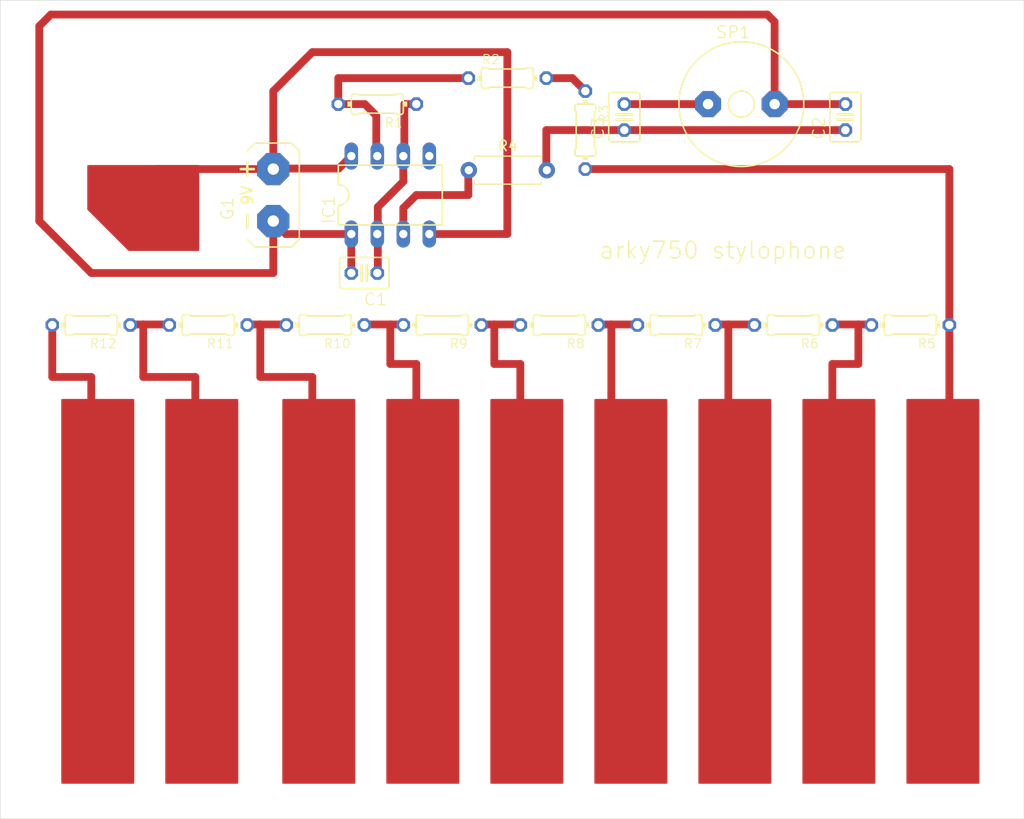
<source format=kicad_pcb>
(kicad_pcb (version 20241229) (generator "pcbnew") (generator_version "9.0")
  (layers (0 "F.Cu" signal) (2 "B.Cu" signal) (13 "F.Paste" user) (15 "B.Paste" user) (5 "F.SilkS" user "F.Silkscreen") (7 "B.SilkS" user "B.Silkscreen") (1 "F.Mask" user) (3 "B.Mask" user) (25 "Edge.Cuts" user))
  (net 0 "")
  (net 1 "N$1")
  (net 2 "VCC")
  (net 3 "GND")
  (net 4 "KEYS")
  (net 5 "OUT")
  (net 6 "N$2")
  (net 7 "DO2")
  (net 8 "SI")
  (net 9 "LA")
  (net 10 "SOL")
  (net 11 "FA")
  (net 12 "MI")
  (net 13 "RE")
  (net 14 "DO")
  (net 15 "RE2")
  (net 16 "N$4")
  (net 17 "N$5")
  (footprint "0204_7_334" (layer "F.Cu") (at 148.0311 72.6136)
    (property "Reference" "R2" (at -2.54 -1.2954 0) (layer "F.SilkS") (effects (font (size 0.901446 0.901446) (thickness 0.089154)) (justify left bottom)))
    (property "Value" "")
    (fp_line (start -2.54 0.762) (end -2.54 -0.762) (stroke (width 0.1524)) (layer "F.SilkS"))
    (fp_line (start -2.286 -1.016) (end -1.905 -1.016) (stroke (width 0.1524)) (layer "F.SilkS"))
    (fp_line (start -2.286 1.016) (end -1.905 1.016) (stroke (width 0.1524)) (layer "F.SilkS"))
    (fp_line (start -1.778 -0.889) (end -1.905 -1.016) (stroke (width 0.1524)) (layer "F.SilkS"))
    (fp_line (start -1.778 0.889) (end -1.905 1.016) (stroke (width 0.1524)) (layer "F.SilkS"))
    (fp_line (start 1.778 -0.889) (end -1.778 -0.889) (stroke (width 0.1524)) (layer "F.SilkS"))
    (fp_line (start 1.778 -0.889) (end 1.905 -1.016) (stroke (width 0.1524)) (layer "F.SilkS"))
    (fp_line (start 1.778 0.889) (end -1.778 0.889) (stroke (width 0.1524)) (layer "F.SilkS"))
    (fp_line (start 1.778 0.889) (end 1.905 1.016) (stroke (width 0.1524)) (layer "F.SilkS"))
    (fp_line (start 2.286 -1.016) (end 1.905 -1.016) (stroke (width 0.1524)) (layer "F.SilkS"))
    (fp_line (start 2.286 1.016) (end 1.905 1.016) (stroke (width 0.1524)) (layer "F.SilkS"))
    (fp_line (start 2.54 0.762) (end 2.54 -0.762) (stroke (width 0.1524)) (layer "F.SilkS"))
    (fp_arc (start -2.54 -0.762) (mid -2.465605 -0.941605) (end -2.286 -1.016) (stroke (width 0.1524)) (layer "F.SilkS"))
    (fp_arc (start -2.286 1.016) (mid -2.465605 0.941605) (end -2.54 0.762) (stroke (width 0.1524)) (layer "F.SilkS"))
    (fp_arc (start 2.286 -1.016) (mid 2.465605 -0.941605) (end 2.54 -0.762) (stroke (width 0.1524)) (layer "F.SilkS"))
    (fp_arc (start 2.54 0.762) (mid 2.465605 0.941605) (end 2.286 1.016) (stroke (width 0.1524)) (layer "F.SilkS"))
    (fp_poly (pts (xy -2.921 0.254) (xy -2.54 0.254) (xy -2.54 -0.254) (xy -2.921 -0.254)) (fill yes) (layer "F.SilkS"))
    (fp_poly (pts (xy 2.54 0.254) (xy 2.921 0.254) (xy 2.921 -0.254) (xy 2.54 -0.254)) (fill yes) (layer "F.SilkS"))
    (pad "1" thru_hole roundrect (at -3.81 0) (size 1.3208 1.3208) (drill 0.8128) (layers "*.Cu" "*.Mask") (chamfer_ratio 0.2928932188) (chamfer top_left top_right bottom_left bottom_right) (net 4 "KEYS"))
    (pad "2" thru_hole roundrect (at 3.81 0) (size 1.3208 1.3208) (drill 0.8128) (layers "*.Cu" "*.Mask") (chamfer_ratio 0.2928932188) (chamfer top_left top_right bottom_left bottom_right) (net 6 "N$2"))
  )
  (footprint "0204_7_334" (layer "F.Cu") (at 107.3911 96.7436 180)
    (property "Reference" "R12" (at -2.54 -1.2954 0) (layer "F.SilkS") (effects (font (size 0.901446 0.901446) (thickness 0.089154)) (justify right top)))
    (property "Value" "")
    (fp_line (start 2.54 0.762) (end 2.54 -0.762) (stroke (width 0.1524)) (layer "F.SilkS"))
    (fp_line (start 2.286 1.016) (end 1.905 1.016) (stroke (width 0.1524)) (layer "F.SilkS"))
    (fp_line (start 2.286 -1.016) (end 1.905 -1.016) (stroke (width 0.1524)) (layer "F.SilkS"))
    (fp_line (start 1.778 0.889) (end 1.905 1.016) (stroke (width 0.1524)) (layer "F.SilkS"))
    (fp_line (start 1.778 0.889) (end -1.778 0.889) (stroke (width 0.1524)) (layer "F.SilkS"))
    (fp_line (start 1.778 -0.889) (end 1.905 -1.016) (stroke (width 0.1524)) (layer "F.SilkS"))
    (fp_line (start 1.778 -0.889) (end -1.778 -0.889) (stroke (width 0.1524)) (layer "F.SilkS"))
    (fp_line (start -1.778 0.889) (end -1.905 1.016) (stroke (width 0.1524)) (layer "F.SilkS"))
    (fp_line (start -1.778 -0.889) (end -1.905 -1.016) (stroke (width 0.1524)) (layer "F.SilkS"))
    (fp_line (start -2.286 1.016) (end -1.905 1.016) (stroke (width 0.1524)) (layer "F.SilkS"))
    (fp_line (start -2.286 -1.016) (end -1.905 -1.016) (stroke (width 0.1524)) (layer "F.SilkS"))
    (fp_line (start -2.54 0.762) (end -2.54 -0.762) (stroke (width 0.1524)) (layer "F.SilkS"))
    (fp_arc (start 2.54 0.762) (mid 2.465605 0.941605) (end 2.286 1.016) (stroke (width 0.1524)) (layer "F.SilkS"))
    (fp_arc (start 2.286 -1.016) (mid 2.465605 -0.941605) (end 2.54 -0.762) (stroke (width 0.1524)) (layer "F.SilkS"))
    (fp_arc (start -2.286 1.016) (mid -2.465605 0.941605) (end -2.54 0.762) (stroke (width 0.1524)) (layer "F.SilkS"))
    (fp_arc (start -2.54 -0.762) (mid -2.465605 -0.941605) (end -2.286 -1.016) (stroke (width 0.1524)) (layer "F.SilkS"))
    (fp_poly (pts (xy 2.54 0.254) (xy 2.921 0.254) (xy 2.921 -0.254) (xy 2.54 -0.254)) (fill yes) (layer "F.SilkS"))
    (fp_poly (pts (xy -2.921 0.254) (xy -2.54 0.254) (xy -2.54 -0.254) (xy -2.921 -0.254)) (fill yes) (layer "F.SilkS"))
    (pad "1" thru_hole roundrect (at -3.81 0 180) (size 1.3208 1.3208) (drill 0.8128) (layers "*.Cu" "*.Mask") (chamfer_ratio 0.2928932188) (chamfer top_left top_right bottom_left bottom_right) (net 13 "RE"))
    (pad "2" thru_hole roundrect (at 3.81 0 180) (size 1.3208 1.3208) (drill 0.8128) (layers "*.Cu" "*.Mask") (chamfer_ratio 0.2928932188) (chamfer top_left top_right bottom_left bottom_right) (net 14 "DO"))
  )
  (footprint "0204_7_334" (layer "F.Cu") (at 175.9711 96.7436 180)
    (property "Reference" "R6" (at -2.54 -1.2954 0) (layer "F.SilkS") (effects (font (size 0.901446 0.901446) (thickness 0.089154)) (justify right top)))
    (property "Value" "")
    (fp_line (start 2.54 0.762) (end 2.54 -0.762) (stroke (width 0.1524)) (layer "F.SilkS"))
    (fp_line (start 2.286 1.016) (end 1.905 1.016) (stroke (width 0.1524)) (layer "F.SilkS"))
    (fp_line (start 2.286 -1.016) (end 1.905 -1.016) (stroke (width 0.1524)) (layer "F.SilkS"))
    (fp_line (start 1.778 0.889) (end 1.905 1.016) (stroke (width 0.1524)) (layer "F.SilkS"))
    (fp_line (start 1.778 0.889) (end -1.778 0.889) (stroke (width 0.1524)) (layer "F.SilkS"))
    (fp_line (start 1.778 -0.889) (end 1.905 -1.016) (stroke (width 0.1524)) (layer "F.SilkS"))
    (fp_line (start 1.778 -0.889) (end -1.778 -0.889) (stroke (width 0.1524)) (layer "F.SilkS"))
    (fp_line (start -1.778 0.889) (end -1.905 1.016) (stroke (width 0.1524)) (layer "F.SilkS"))
    (fp_line (start -1.778 -0.889) (end -1.905 -1.016) (stroke (width 0.1524)) (layer "F.SilkS"))
    (fp_line (start -2.286 1.016) (end -1.905 1.016) (stroke (width 0.1524)) (layer "F.SilkS"))
    (fp_line (start -2.286 -1.016) (end -1.905 -1.016) (stroke (width 0.1524)) (layer "F.SilkS"))
    (fp_line (start -2.54 0.762) (end -2.54 -0.762) (stroke (width 0.1524)) (layer "F.SilkS"))
    (fp_arc (start 2.54 0.762) (mid 2.465605 0.941605) (end 2.286 1.016) (stroke (width 0.1524)) (layer "F.SilkS"))
    (fp_arc (start 2.286 -1.016) (mid 2.465605 -0.941605) (end 2.54 -0.762) (stroke (width 0.1524)) (layer "F.SilkS"))
    (fp_arc (start -2.286 1.016) (mid -2.465605 0.941605) (end -2.54 0.762) (stroke (width 0.1524)) (layer "F.SilkS"))
    (fp_arc (start -2.54 -0.762) (mid -2.465605 -0.941605) (end -2.286 -1.016) (stroke (width 0.1524)) (layer "F.SilkS"))
    (fp_poly (pts (xy 2.54 0.254) (xy 2.921 0.254) (xy 2.921 -0.254) (xy 2.54 -0.254)) (fill yes) (layer "F.SilkS"))
    (fp_poly (pts (xy -2.921 0.254) (xy -2.54 0.254) (xy -2.54 -0.254) (xy -2.921 -0.254)) (fill yes) (layer "F.SilkS"))
    (pad "1" thru_hole roundrect (at -3.81 0 180) (size 1.3208 1.3208) (drill 0.8128) (layers "*.Cu" "*.Mask") (chamfer_ratio 0.2928932188) (chamfer top_left top_right bottom_left bottom_right) (net 7 "DO2"))
    (pad "2" thru_hole roundrect (at 3.81 0 180) (size 1.3208 1.3208) (drill 0.8128) (layers "*.Cu" "*.Mask") (chamfer_ratio 0.2928932188) (chamfer top_left top_right bottom_left bottom_right) (net 8 "SI"))
  )
  (footprint "C025-030X050_334" (layer "F.Cu") (at 159.4611 76.4236 90)
    (property "Reference" "C3" (at -2.286 -1.905 90) (layer "F.SilkS") (effects (font (size 1.1557 1.1557) (thickness 0.1143)) (justify left bottom)))
    (property "Value" "")
    (fp_line (start -2.159 -1.524) (end 2.159 -1.524) (stroke (width 0.1524)) (layer "F.SilkS"))
    (fp_line (start 2.413 -1.27) (end 2.413 1.27) (stroke (width 0.1524)) (layer "F.SilkS"))
    (fp_line (start -2.413 -1.27) (end -2.413 1.27) (stroke (width 0.1524)) (layer "F.SilkS"))
    (fp_line (start -0.254 -0.762) (end -0.254 0) (stroke (width 0.254)) (layer "F.SilkS"))
    (fp_line (start 0.381 0) (end 0.254 0) (stroke (width 0.1524)) (layer "F.SilkS"))
    (fp_line (start 0.254 0) (end 0.254 -0.762) (stroke (width 0.254)) (layer "F.SilkS"))
    (fp_line (start 0.254 0) (end 0.254 0.762) (stroke (width 0.254)) (layer "F.SilkS"))
    (fp_line (start -0.254 0) (end -0.381 0) (stroke (width 0.1524)) (layer "F.SilkS"))
    (fp_line (start -0.254 0) (end -0.254 0.762) (stroke (width 0.254)) (layer "F.SilkS"))
    (fp_line (start 2.159 1.524) (end -2.159 1.524) (stroke (width 0.1524)) (layer "F.SilkS"))
    (fp_arc (start 2.159 -1.524) (mid 2.338605 -1.449605) (end 2.413 -1.27) (stroke (width 0.1524)) (layer "F.SilkS"))
    (fp_arc (start -2.413 -1.27) (mid -2.338605 -1.449605) (end -2.159 -1.524) (stroke (width 0.1524)) (layer "F.SilkS"))
    (fp_arc (start 2.413 1.27) (mid 2.338605 1.449605) (end 2.159 1.524) (stroke (width 0.1524)) (layer "F.SilkS"))
    (fp_arc (start -2.159 1.524) (mid -2.338605 1.449605) (end -2.413 1.27) (stroke (width 0.1524)) (layer "F.SilkS"))
    (pad "1" thru_hole roundrect (at -1.27 0 90) (size 1.3208 1.3208) (drill 0.8128) (layers "*.Cu" "*.Mask") (chamfer_ratio 0.2928932188) (chamfer top_left top_right bottom_left bottom_right) (net 16 "N$4"))
    (pad "2" thru_hole roundrect (at 1.27 0 90) (size 1.3208 1.3208) (drill 0.8128) (layers "*.Cu" "*.Mask") (chamfer_ratio 0.2928932188) (chamfer top_left top_right bottom_left bottom_right) (net 17 "N$5"))
  )
  (footprint "AB9V_109" (layer "F.Cu") (at 125.1711 84.0436)
    (property "Reference" "G1" (at -3.81 2.54 90) (layer "F.SilkS") (effects (font (size 1.1557 1.1557) (thickness 0.1143)) (justify left bottom)))
    (property "Value" "AB9V")
    (fp_line (start -2.54 -4.318) (end -1.778 -5.08) (stroke (width 0.1524)) (layer "F.SilkS"))
    (fp_line (start -2.54 -1.905) (end -2.54 -3.175) (stroke (width 0.254)) (layer "F.SilkS"))
    (fp_line (start -2.54 3.175) (end -2.54 1.905) (stroke (width 0.254)) (layer "F.SilkS"))
    (fp_line (start -2.54 4.318) (end -1.778 5.08) (stroke (width 0.1524)) (layer "F.SilkS"))
    (fp_line (start -1.905 -2.54) (end -3.175 -2.54) (stroke (width 0.254)) (layer "F.SilkS"))
    (fp_line (start -1.778 -5.08) (end 1.778 -5.08) (stroke (width 0.1524)) (layer "F.SilkS"))
    (fp_line (start 1.778 5.08) (end -1.778 5.08) (stroke (width 0.1524)) (layer "F.SilkS"))
    (fp_line (start 1.778 5.08) (end 2.54 4.318) (stroke (width 0.1524)) (layer "F.SilkS"))
    (fp_line (start 2.54 -4.318) (end 1.778 -5.08) (stroke (width 0.1524)) (layer "F.SilkS"))
    (fp_line (start 2.54 -4.318) (end 2.54 4.318) (stroke (width 0.1524)) (layer "F.SilkS"))
    (fp_text user "9V" (at -1.905 1.143 90) (layer "F.SilkS") (effects (font (size 1.0668 1.0668) (thickness 0.2032)) (justify left bottom)))
    (pad "+" thru_hole roundrect (at 0 -2.54) (size 3.1496 3.1496) (drill 1.1176) (layers "*.Cu" "*.Mask") (chamfer_ratio 0.2928932188) (chamfer top_left top_right bottom_left bottom_right) (net 2 "VCC"))
    (pad "-" thru_hole roundrect (at 0 2.54) (size 3.1496 3.1496) (drill 1.1176) (layers "*.Cu" "*.Mask") (chamfer_ratio 0.2928932188) (chamfer top_left top_right bottom_left bottom_right) (net 3 "GND"))
  )
  (footprint "C025-030X050_334" (layer "F.Cu") (at 181.0511 76.4236 90)
    (property "Reference" "C2" (at -2.286 -1.905 90) (layer "F.SilkS") (effects (font (size 1.1557 1.1557) (thickness 0.1143)) (justify left bottom)))
    (property "Value" "")
    (fp_line (start -2.159 -1.524) (end 2.159 -1.524) (stroke (width 0.1524)) (layer "F.SilkS"))
    (fp_line (start 2.413 -1.27) (end 2.413 1.27) (stroke (width 0.1524)) (layer "F.SilkS"))
    (fp_line (start -2.413 -1.27) (end -2.413 1.27) (stroke (width 0.1524)) (layer "F.SilkS"))
    (fp_line (start -0.254 -0.762) (end -0.254 0) (stroke (width 0.254)) (layer "F.SilkS"))
    (fp_line (start 0.381 0) (end 0.254 0) (stroke (width 0.1524)) (layer "F.SilkS"))
    (fp_line (start 0.254 0) (end 0.254 -0.762) (stroke (width 0.254)) (layer "F.SilkS"))
    (fp_line (start 0.254 0) (end 0.254 0.762) (stroke (width 0.254)) (layer "F.SilkS"))
    (fp_line (start -0.254 0) (end -0.381 0) (stroke (width 0.1524)) (layer "F.SilkS"))
    (fp_line (start -0.254 0) (end -0.254 0.762) (stroke (width 0.254)) (layer "F.SilkS"))
    (fp_line (start 2.159 1.524) (end -2.159 1.524) (stroke (width 0.1524)) (layer "F.SilkS"))
    (fp_arc (start 2.159 -1.524) (mid 2.338605 -1.449605) (end 2.413 -1.27) (stroke (width 0.1524)) (layer "F.SilkS"))
    (fp_arc (start -2.413 -1.27) (mid -2.338605 -1.449605) (end -2.159 -1.524) (stroke (width 0.1524)) (layer "F.SilkS"))
    (fp_arc (start 2.413 1.27) (mid 2.338605 1.449605) (end 2.159 1.524) (stroke (width 0.1524)) (layer "F.SilkS"))
    (fp_arc (start -2.159 1.524) (mid -2.338605 1.449605) (end -2.413 1.27) (stroke (width 0.1524)) (layer "F.SilkS"))
    (pad "1" thru_hole roundrect (at -1.27 0 90) (size 1.3208 1.3208) (drill 0.8128) (layers "*.Cu" "*.Mask") (chamfer_ratio 0.2928932188) (chamfer top_left top_right bottom_left bottom_right) (net 16 "N$4"))
    (pad "2" thru_hole roundrect (at 1.27 0 90) (size 1.3208 1.3208) (drill 0.8128) (layers "*.Cu" "*.Mask") (chamfer_ratio 0.2928932188) (chamfer top_left top_right bottom_left bottom_right) (net 3 "GND"))
  )
  (footprint "0204_7_334" (layer "F.Cu") (at 141.6811 96.7436 180)
    (property "Reference" "R9" (at -2.54 -1.2954 0) (layer "F.SilkS") (effects (font (size 0.901446 0.901446) (thickness 0.089154)) (justify right top)))
    (property "Value" "")
    (fp_line (start 2.54 0.762) (end 2.54 -0.762) (stroke (width 0.1524)) (layer "F.SilkS"))
    (fp_line (start 2.286 1.016) (end 1.905 1.016) (stroke (width 0.1524)) (layer "F.SilkS"))
    (fp_line (start 2.286 -1.016) (end 1.905 -1.016) (stroke (width 0.1524)) (layer "F.SilkS"))
    (fp_line (start 1.778 0.889) (end 1.905 1.016) (stroke (width 0.1524)) (layer "F.SilkS"))
    (fp_line (start 1.778 0.889) (end -1.778 0.889) (stroke (width 0.1524)) (layer "F.SilkS"))
    (fp_line (start 1.778 -0.889) (end 1.905 -1.016) (stroke (width 0.1524)) (layer "F.SilkS"))
    (fp_line (start 1.778 -0.889) (end -1.778 -0.889) (stroke (width 0.1524)) (layer "F.SilkS"))
    (fp_line (start -1.778 0.889) (end -1.905 1.016) (stroke (width 0.1524)) (layer "F.SilkS"))
    (fp_line (start -1.778 -0.889) (end -1.905 -1.016) (stroke (width 0.1524)) (layer "F.SilkS"))
    (fp_line (start -2.286 1.016) (end -1.905 1.016) (stroke (width 0.1524)) (layer "F.SilkS"))
    (fp_line (start -2.286 -1.016) (end -1.905 -1.016) (stroke (width 0.1524)) (layer "F.SilkS"))
    (fp_line (start -2.54 0.762) (end -2.54 -0.762) (stroke (width 0.1524)) (layer "F.SilkS"))
    (fp_arc (start 2.54 0.762) (mid 2.465605 0.941605) (end 2.286 1.016) (stroke (width 0.1524)) (layer "F.SilkS"))
    (fp_arc (start 2.286 -1.016) (mid 2.465605 -0.941605) (end 2.54 -0.762) (stroke (width 0.1524)) (layer "F.SilkS"))
    (fp_arc (start -2.286 1.016) (mid -2.465605 0.941605) (end -2.54 0.762) (stroke (width 0.1524)) (layer "F.SilkS"))
    (fp_arc (start -2.54 -0.762) (mid -2.465605 -0.941605) (end -2.286 -1.016) (stroke (width 0.1524)) (layer "F.SilkS"))
    (fp_poly (pts (xy 2.54 0.254) (xy 2.921 0.254) (xy 2.921 -0.254) (xy 2.54 -0.254)) (fill yes) (layer "F.SilkS"))
    (fp_poly (pts (xy -2.921 0.254) (xy -2.54 0.254) (xy -2.54 -0.254) (xy -2.921 -0.254)) (fill yes) (layer "F.SilkS"))
    (pad "1" thru_hole roundrect (at -3.81 0 180) (size 1.3208 1.3208) (drill 0.8128) (layers "*.Cu" "*.Mask") (chamfer_ratio 0.2928932188) (chamfer top_left top_right bottom_left bottom_right) (net 10 "SOL"))
    (pad "2" thru_hole roundrect (at 3.81 0 180) (size 1.3208 1.3208) (drill 0.8128) (layers "*.Cu" "*.Mask") (chamfer_ratio 0.2928932188) (chamfer top_left top_right bottom_left bottom_right) (net 11 "FA"))
  )
  (footprint "0204_7_334" (layer "F.Cu") (at 187.4011 96.7436 180)
    (property "Reference" "R5" (at -2.54 -1.2954 0) (layer "F.SilkS") (effects (font (size 0.901446 0.901446) (thickness 0.089154)) (justify right top)))
    (property "Value" "")
    (fp_line (start 2.54 0.762) (end 2.54 -0.762) (stroke (width 0.1524)) (layer "F.SilkS"))
    (fp_line (start 2.286 1.016) (end 1.905 1.016) (stroke (width 0.1524)) (layer "F.SilkS"))
    (fp_line (start 2.286 -1.016) (end 1.905 -1.016) (stroke (width 0.1524)) (layer "F.SilkS"))
    (fp_line (start 1.778 0.889) (end 1.905 1.016) (stroke (width 0.1524)) (layer "F.SilkS"))
    (fp_line (start 1.778 0.889) (end -1.778 0.889) (stroke (width 0.1524)) (layer "F.SilkS"))
    (fp_line (start 1.778 -0.889) (end 1.905 -1.016) (stroke (width 0.1524)) (layer "F.SilkS"))
    (fp_line (start 1.778 -0.889) (end -1.778 -0.889) (stroke (width 0.1524)) (layer "F.SilkS"))
    (fp_line (start -1.778 0.889) (end -1.905 1.016) (stroke (width 0.1524)) (layer "F.SilkS"))
    (fp_line (start -1.778 -0.889) (end -1.905 -1.016) (stroke (width 0.1524)) (layer "F.SilkS"))
    (fp_line (start -2.286 1.016) (end -1.905 1.016) (stroke (width 0.1524)) (layer "F.SilkS"))
    (fp_line (start -2.286 -1.016) (end -1.905 -1.016) (stroke (width 0.1524)) (layer "F.SilkS"))
    (fp_line (start -2.54 0.762) (end -2.54 -0.762) (stroke (width 0.1524)) (layer "F.SilkS"))
    (fp_arc (start 2.54 0.762) (mid 2.465605 0.941605) (end 2.286 1.016) (stroke (width 0.1524)) (layer "F.SilkS"))
    (fp_arc (start 2.286 -1.016) (mid 2.465605 -0.941605) (end 2.54 -0.762) (stroke (width 0.1524)) (layer "F.SilkS"))
    (fp_arc (start -2.286 1.016) (mid -2.465605 0.941605) (end -2.54 0.762) (stroke (width 0.1524)) (layer "F.SilkS"))
    (fp_arc (start -2.54 -0.762) (mid -2.465605 -0.941605) (end -2.286 -1.016) (stroke (width 0.1524)) (layer "F.SilkS"))
    (fp_poly (pts (xy 2.54 0.254) (xy 2.921 0.254) (xy 2.921 -0.254) (xy 2.54 -0.254)) (fill yes) (layer "F.SilkS"))
    (fp_poly (pts (xy -2.921 0.254) (xy -2.54 0.254) (xy -2.54 -0.254) (xy -2.921 -0.254)) (fill yes) (layer "F.SilkS"))
    (pad "1" thru_hole roundrect (at -3.81 0 180) (size 1.3208 1.3208) (drill 0.8128) (layers "*.Cu" "*.Mask") (chamfer_ratio 0.2928932188) (chamfer top_left top_right bottom_left bottom_right) (net 15 "RE2"))
    (pad "2" thru_hole roundrect (at 3.81 0 180) (size 1.3208 1.3208) (drill 0.8128) (layers "*.Cu" "*.Mask") (chamfer_ratio 0.2928932188) (chamfer top_left top_right bottom_left bottom_right) (net 7 "DO2"))
  )
  (footprint "0204_7_334" (layer "F.Cu") (at 164.5411 96.7436 180)
    (property "Reference" "R7" (at -2.54 -1.2954 0) (layer "F.SilkS") (effects (font (size 0.901446 0.901446) (thickness 0.089154)) (justify right top)))
    (property "Value" "")
    (fp_line (start 2.54 0.762) (end 2.54 -0.762) (stroke (width 0.1524)) (layer "F.SilkS"))
    (fp_line (start 2.286 1.016) (end 1.905 1.016) (stroke (width 0.1524)) (layer "F.SilkS"))
    (fp_line (start 2.286 -1.016) (end 1.905 -1.016) (stroke (width 0.1524)) (layer "F.SilkS"))
    (fp_line (start 1.778 0.889) (end 1.905 1.016) (stroke (width 0.1524)) (layer "F.SilkS"))
    (fp_line (start 1.778 0.889) (end -1.778 0.889) (stroke (width 0.1524)) (layer "F.SilkS"))
    (fp_line (start 1.778 -0.889) (end 1.905 -1.016) (stroke (width 0.1524)) (layer "F.SilkS"))
    (fp_line (start 1.778 -0.889) (end -1.778 -0.889) (stroke (width 0.1524)) (layer "F.SilkS"))
    (fp_line (start -1.778 0.889) (end -1.905 1.016) (stroke (width 0.1524)) (layer "F.SilkS"))
    (fp_line (start -1.778 -0.889) (end -1.905 -1.016) (stroke (width 0.1524)) (layer "F.SilkS"))
    (fp_line (start -2.286 1.016) (end -1.905 1.016) (stroke (width 0.1524)) (layer "F.SilkS"))
    (fp_line (start -2.286 -1.016) (end -1.905 -1.016) (stroke (width 0.1524)) (layer "F.SilkS"))
    (fp_line (start -2.54 0.762) (end -2.54 -0.762) (stroke (width 0.1524)) (layer "F.SilkS"))
    (fp_arc (start 2.54 0.762) (mid 2.465605 0.941605) (end 2.286 1.016) (stroke (width 0.1524)) (layer "F.SilkS"))
    (fp_arc (start 2.286 -1.016) (mid 2.465605 -0.941605) (end 2.54 -0.762) (stroke (width 0.1524)) (layer "F.SilkS"))
    (fp_arc (start -2.286 1.016) (mid -2.465605 0.941605) (end -2.54 0.762) (stroke (width 0.1524)) (layer "F.SilkS"))
    (fp_arc (start -2.54 -0.762) (mid -2.465605 -0.941605) (end -2.286 -1.016) (stroke (width 0.1524)) (layer "F.SilkS"))
    (fp_poly (pts (xy 2.54 0.254) (xy 2.921 0.254) (xy 2.921 -0.254) (xy 2.54 -0.254)) (fill yes) (layer "F.SilkS"))
    (fp_poly (pts (xy -2.921 0.254) (xy -2.54 0.254) (xy -2.54 -0.254) (xy -2.921 -0.254)) (fill yes) (layer "F.SilkS"))
    (pad "1" thru_hole roundrect (at -3.81 0 180) (size 1.3208 1.3208) (drill 0.8128) (layers "*.Cu" "*.Mask") (chamfer_ratio 0.2928932188) (chamfer top_left top_right bottom_left bottom_right) (net 8 "SI"))
    (pad "2" thru_hole roundrect (at 3.81 0 180) (size 1.3208 1.3208) (drill 0.8128) (layers "*.Cu" "*.Mask") (chamfer_ratio 0.2928932188) (chamfer top_left top_right bottom_left bottom_right) (net 9 "LA"))
  )
  (footprint "0204_7_334" (layer "F.Cu") (at 155.6511 77.6936 -90)
    (property "Reference" "R3" (at -2.54 -1.2954 90) (layer "F.SilkS") (effects (font (size 0.901446 0.901446) (thickness 0.089154)) (justify right top)))
    (property "Value" "")
    (fp_line (start -2.286 1.016) (end -1.905 1.016) (stroke (width 0.1524)) (layer "F.SilkS"))
    (fp_line (start 2.286 1.016) (end 1.905 1.016) (stroke (width 0.1524)) (layer "F.SilkS"))
    (fp_line (start -1.778 0.889) (end -1.905 1.016) (stroke (width 0.1524)) (layer "F.SilkS"))
    (fp_line (start 1.778 0.889) (end 1.905 1.016) (stroke (width 0.1524)) (layer "F.SilkS"))
    (fp_line (start 1.778 0.889) (end -1.778 0.889) (stroke (width 0.1524)) (layer "F.SilkS"))
    (fp_line (start -2.54 0.762) (end -2.54 -0.762) (stroke (width 0.1524)) (layer "F.SilkS"))
    (fp_line (start 2.54 0.762) (end 2.54 -0.762) (stroke (width 0.1524)) (layer "F.SilkS"))
    (fp_line (start -1.778 -0.889) (end -1.905 -1.016) (stroke (width 0.1524)) (layer "F.SilkS"))
    (fp_line (start 1.778 -0.889) (end -1.778 -0.889) (stroke (width 0.1524)) (layer "F.SilkS"))
    (fp_line (start 1.778 -0.889) (end 1.905 -1.016) (stroke (width 0.1524)) (layer "F.SilkS"))
    (fp_line (start -2.286 -1.016) (end -1.905 -1.016) (stroke (width 0.1524)) (layer "F.SilkS"))
    (fp_line (start 2.286 -1.016) (end 1.905 -1.016) (stroke (width 0.1524)) (layer "F.SilkS"))
    (fp_arc (start -2.286 1.016) (mid -2.465605 0.941605) (end -2.54 0.762) (stroke (width 0.1524)) (layer "F.SilkS"))
    (fp_arc (start 2.54 0.762) (mid 2.465605 0.941605) (end 2.286 1.016) (stroke (width 0.1524)) (layer "F.SilkS"))
    (fp_arc (start -2.54 -0.762) (mid -2.465605 -0.941605) (end -2.286 -1.016) (stroke (width 0.1524)) (layer "F.SilkS"))
    (fp_arc (start 2.286 -1.016) (mid 2.465605 -0.941605) (end 2.54 -0.762) (stroke (width 0.1524)) (layer "F.SilkS"))
    (fp_poly (pts (xy -2.921 0.254) (xy -2.54 0.254) (xy -2.54 -0.254) (xy -2.921 -0.254)) (fill yes) (layer "F.SilkS"))
    (fp_poly (pts (xy 2.54 0.254) (xy 2.921 0.254) (xy 2.921 -0.254) (xy 2.54 -0.254)) (fill yes) (layer "F.SilkS"))
    (pad "1" thru_hole roundrect (at -3.81 0 270) (size 1.3208 1.3208) (drill 0.8128) (layers "*.Cu" "*.Mask") (chamfer_ratio 0.2928932188) (chamfer top_left top_right bottom_left bottom_right) (net 6 "N$2"))
    (pad "2" thru_hole roundrect (at 3.81 0 270) (size 1.3208 1.3208) (drill 0.8128) (layers "*.Cu" "*.Mask") (chamfer_ratio 0.2928932188) (chamfer top_left top_right bottom_left bottom_right) (net 15 "RE2"))
  )
  (footprint "DIL-08_368" (layer "F.Cu") (at 136.6011 84.0436)
    (property "Reference" "IC1" (at -5.334 2.921 90) (layer "F.SilkS") (effects (font (size 1.1557 1.1557) (thickness 0.1143)) (justify left bottom)))
    (property "Value" "NE555")
    (fp_line (start -5.08 -2.921) (end -5.08 -1.016) (stroke (width 0.1524)) (layer "F.SilkS"))
    (fp_line (start -5.08 2.921) (end -5.08 1.016) (stroke (width 0.1524)) (layer "F.SilkS"))
    (fp_line (start -5.08 2.921) (end 5.08 2.921) (stroke (width 0.1524)) (layer "F.SilkS"))
    (fp_line (start 5.08 -2.921) (end -5.08 -2.921) (stroke (width 0.1524)) (layer "F.SilkS"))
    (fp_line (start 5.08 -2.921) (end 5.08 2.921) (stroke (width 0.1524)) (layer "F.SilkS"))
    (fp_arc (start -5.08 -1.016) (mid -4.064 0) (end -5.08 1.016) (stroke (width 0.1524)) (layer "F.SilkS"))
    (pad "1" thru_hole oval (at -3.81 3.81 90) (size 2.6416 1.3208) (drill 0.8128) (layers "*.Cu" "*.Mask") (net 3 "GND"))
    (pad "2" thru_hole oval (at -1.27 3.81 90) (size 2.6416 1.3208) (drill 0.8128) (layers "*.Cu" "*.Mask") (net 1 "N$1"))
    (pad "3" thru_hole oval (at 1.27 3.81 90) (size 2.6416 1.3208) (drill 0.8128) (layers "*.Cu" "*.Mask") (net 5 "OUT"))
    (pad "4" thru_hole oval (at 3.81 3.81 90) (size 2.6416 1.3208) (drill 0.8128) (layers "*.Cu" "*.Mask") (net 2 "VCC"))
    (pad "5" thru_hole oval (at 3.81 -3.81 90) (size 2.6416 1.3208) (drill 0.8128) (layers "*.Cu" "*.Mask"))
    (pad "6" thru_hole oval (at 1.27 -3.81 90) (size 2.6416 1.3208) (drill 0.8128) (layers "*.Cu" "*.Mask") (net 1 "N$1"))
    (pad "7" thru_hole oval (at -1.27 -3.81 90) (size 2.6416 1.3208) (drill 0.8128) (layers "*.Cu" "*.Mask") (net 4 "KEYS"))
    (pad "8" thru_hole oval (at -3.81 -3.81 90) (size 2.6416 1.3208) (drill 0.8128) (layers "*.Cu" "*.Mask") (net 2 "VCC"))
  )
  (footprint "0204_7_334" (layer "F.Cu") (at 153.1111 96.7436 180)
    (property "Reference" "R8" (at -2.54 -1.2954 0) (layer "F.SilkS") (effects (font (size 0.901446 0.901446) (thickness 0.089154)) (justify right top)))
    (property "Value" "")
    (fp_line (start 2.54 0.762) (end 2.54 -0.762) (stroke (width 0.1524)) (layer "F.SilkS"))
    (fp_line (start 2.286 1.016) (end 1.905 1.016) (stroke (width 0.1524)) (layer "F.SilkS"))
    (fp_line (start 2.286 -1.016) (end 1.905 -1.016) (stroke (width 0.1524)) (layer "F.SilkS"))
    (fp_line (start 1.778 0.889) (end 1.905 1.016) (stroke (width 0.1524)) (layer "F.SilkS"))
    (fp_line (start 1.778 0.889) (end -1.778 0.889) (stroke (width 0.1524)) (layer "F.SilkS"))
    (fp_line (start 1.778 -0.889) (end 1.905 -1.016) (stroke (width 0.1524)) (layer "F.SilkS"))
    (fp_line (start 1.778 -0.889) (end -1.778 -0.889) (stroke (width 0.1524)) (layer "F.SilkS"))
    (fp_line (start -1.778 0.889) (end -1.905 1.016) (stroke (width 0.1524)) (layer "F.SilkS"))
    (fp_line (start -1.778 -0.889) (end -1.905 -1.016) (stroke (width 0.1524)) (layer "F.SilkS"))
    (fp_line (start -2.286 1.016) (end -1.905 1.016) (stroke (width 0.1524)) (layer "F.SilkS"))
    (fp_line (start -2.286 -1.016) (end -1.905 -1.016) (stroke (width 0.1524)) (layer "F.SilkS"))
    (fp_line (start -2.54 0.762) (end -2.54 -0.762) (stroke (width 0.1524)) (layer "F.SilkS"))
    (fp_arc (start 2.54 0.762) (mid 2.465605 0.941605) (end 2.286 1.016) (stroke (width 0.1524)) (layer "F.SilkS"))
    (fp_arc (start 2.286 -1.016) (mid 2.465605 -0.941605) (end 2.54 -0.762) (stroke (width 0.1524)) (layer "F.SilkS"))
    (fp_arc (start -2.286 1.016) (mid -2.465605 0.941605) (end -2.54 0.762) (stroke (width 0.1524)) (layer "F.SilkS"))
    (fp_arc (start -2.54 -0.762) (mid -2.465605 -0.941605) (end -2.286 -1.016) (stroke (width 0.1524)) (layer "F.SilkS"))
    (fp_poly (pts (xy 2.54 0.254) (xy 2.921 0.254) (xy 2.921 -0.254) (xy 2.54 -0.254)) (fill yes) (layer "F.SilkS"))
    (fp_poly (pts (xy -2.921 0.254) (xy -2.54 0.254) (xy -2.54 -0.254) (xy -2.921 -0.254)) (fill yes) (layer "F.SilkS"))
    (pad "1" thru_hole roundrect (at -3.81 0 180) (size 1.3208 1.3208) (drill 0.8128) (layers "*.Cu" "*.Mask") (chamfer_ratio 0.2928932188) (chamfer top_left top_right bottom_left bottom_right) (net 9 "LA"))
    (pad "2" thru_hole roundrect (at 3.81 0 180) (size 1.3208 1.3208) (drill 0.8128) (layers "*.Cu" "*.Mask") (chamfer_ratio 0.2928932188) (chamfer top_left top_right bottom_left bottom_right) (net 10 "SOL"))
  )
  (footprint "0204_7_334" (layer "F.Cu") (at 118.8211 96.7436 180)
    (property "Reference" "R11" (at -2.54 -1.2954 0) (layer "F.SilkS") (effects (font (size 0.901446 0.901446) (thickness 0.089154)) (justify right top)))
    (property "Value" "")
    (fp_line (start 2.54 0.762) (end 2.54 -0.762) (stroke (width 0.1524)) (layer "F.SilkS"))
    (fp_line (start 2.286 1.016) (end 1.905 1.016) (stroke (width 0.1524)) (layer "F.SilkS"))
    (fp_line (start 2.286 -1.016) (end 1.905 -1.016) (stroke (width 0.1524)) (layer "F.SilkS"))
    (fp_line (start 1.778 0.889) (end 1.905 1.016) (stroke (width 0.1524)) (layer "F.SilkS"))
    (fp_line (start 1.778 0.889) (end -1.778 0.889) (stroke (width 0.1524)) (layer "F.SilkS"))
    (fp_line (start 1.778 -0.889) (end 1.905 -1.016) (stroke (width 0.1524)) (layer "F.SilkS"))
    (fp_line (start 1.778 -0.889) (end -1.778 -0.889) (stroke (width 0.1524)) (layer "F.SilkS"))
    (fp_line (start -1.778 0.889) (end -1.905 1.016) (stroke (width 0.1524)) (layer "F.SilkS"))
    (fp_line (start -1.778 -0.889) (end -1.905 -1.016) (stroke (width 0.1524)) (layer "F.SilkS"))
    (fp_line (start -2.286 1.016) (end -1.905 1.016) (stroke (width 0.1524)) (layer "F.SilkS"))
    (fp_line (start -2.286 -1.016) (end -1.905 -1.016) (stroke (width 0.1524)) (layer "F.SilkS"))
    (fp_line (start -2.54 0.762) (end -2.54 -0.762) (stroke (width 0.1524)) (layer "F.SilkS"))
    (fp_arc (start 2.54 0.762) (mid 2.465605 0.941605) (end 2.286 1.016) (stroke (width 0.1524)) (layer "F.SilkS"))
    (fp_arc (start 2.286 -1.016) (mid 2.465605 -0.941605) (end 2.54 -0.762) (stroke (width 0.1524)) (layer "F.SilkS"))
    (fp_arc (start -2.286 1.016) (mid -2.465605 0.941605) (end -2.54 0.762) (stroke (width 0.1524)) (layer "F.SilkS"))
    (fp_arc (start -2.54 -0.762) (mid -2.465605 -0.941605) (end -2.286 -1.016) (stroke (width 0.1524)) (layer "F.SilkS"))
    (fp_poly (pts (xy 2.54 0.254) (xy 2.921 0.254) (xy 2.921 -0.254) (xy 2.54 -0.254)) (fill yes) (layer "F.SilkS"))
    (fp_poly (pts (xy -2.921 0.254) (xy -2.54 0.254) (xy -2.54 -0.254) (xy -2.921 -0.254)) (fill yes) (layer "F.SilkS"))
    (pad "1" thru_hole roundrect (at -3.81 0 180) (size 1.3208 1.3208) (drill 0.8128) (layers "*.Cu" "*.Mask") (chamfer_ratio 0.2928932188) (chamfer top_left top_right bottom_left bottom_right) (net 12 "MI"))
    (pad "2" thru_hole roundrect (at 3.81 0 180) (size 1.3208 1.3208) (drill 0.8128) (layers "*.Cu" "*.Mask") (chamfer_ratio 0.2928932188) (chamfer top_left top_right bottom_left bottom_right) (net 13 "RE"))
  )
  (footprint "AL60P_113" (layer "F.Cu") (at 170.8911 75.1536)
    (property "Reference" "SP1" (at -2.54 -6.35 0) (layer "F.SilkS") (effects (font (size 1.1557 1.1557) (thickness 0.1143)) (justify left bottom)))
    (property "Value" "AL60P")
    (fp_circle (center 0 0) (end 1.27 0) (stroke (width 0.1524)) (fill no) (layer "F.SilkS"))
    (fp_circle (center 0 0) (end 6.096 0) (stroke (width 0.1524)) (fill no) (layer "F.SilkS"))
    (pad "1" thru_hole roundrect (at -3.2512 0) (size 2.54 2.54) (drill 1.016) (layers "*.Cu" "*.Mask") (chamfer_ratio 0.2928932188) (chamfer top_left top_right bottom_left bottom_right) (net 17 "N$5"))
    (pad "2" thru_hole roundrect (at 3.2512 0) (size 2.54 2.54) (drill 1.016) (layers "*.Cu" "*.Mask") (chamfer_ratio 0.2928932188) (chamfer top_left top_right bottom_left bottom_right) (net 3 "GND"))
  )
  (footprint "Resistor_THT:R_Axial_DIN0207_L6.3mm_D2.5mm_P7.62mm_Horizontal" (layer "F.Cu") (at 144.27 81.61)
    (property "Reference" "R4" (at 3.81 -2.37 0) (layer "F.SilkS"))
    (property "Value" "")
    (fp_line (start 0.54 -1.37) (end 7.08 -1.37) (stroke (width 0.12)) (layer "F.SilkS"))
    (fp_line (start 0.54 -1.04) (end 0.54 -1.37) (stroke (width 0.12)) (layer "F.SilkS"))
    (fp_line (start 0.54 1.04) (end 0.54 1.37) (stroke (width 0.12)) (layer "F.SilkS"))
    (fp_line (start 0.54 1.37) (end 7.08 1.37) (stroke (width 0.12)) (layer "F.SilkS"))
    (fp_line (start 7.08 -1.37) (end 7.08 -1.04) (stroke (width 0.12)) (layer "F.SilkS"))
    (fp_line (start 7.08 1.37) (end 7.08 1.04) (stroke (width 0.12)) (layer "F.SilkS"))
    (pad "1" thru_hole circle (at 0 0) (size 1.6 1.6) (drill 0.8) (layers "*.Cu" "*.Mask") (net 5 "OUT"))
    (pad "2" thru_hole oval (at 7.62 0) (size 1.6 1.6) (drill 0.8) (layers "*.Cu" "*.Mask") (net 16 "N$4"))
  )
  (footprint "C025-030X050_334" (layer "F.Cu") (at 134.0611 91.6636 180)
    (property "Reference" "C1" (at -2.286 -1.905 0) (layer "F.SilkS") (effects (font (size 1.1557 1.1557) (thickness 0.1143)) (justify right top)))
    (property "Value" "")
    (fp_line (start 2.413 -1.27) (end 2.413 1.27) (stroke (width 0.1524)) (layer "F.SilkS"))
    (fp_line (start 2.159 1.524) (end -2.159 1.524) (stroke (width 0.1524)) (layer "F.SilkS"))
    (fp_line (start 0.381 0) (end 0.254 0) (stroke (width 0.1524)) (layer "F.SilkS"))
    (fp_line (start 0.254 0) (end 0.254 0.762) (stroke (width 0.254)) (layer "F.SilkS"))
    (fp_line (start 0.254 0) (end 0.254 -0.762) (stroke (width 0.254)) (layer "F.SilkS"))
    (fp_line (start -0.254 0) (end -0.254 0.762) (stroke (width 0.254)) (layer "F.SilkS"))
    (fp_line (start -0.254 0) (end -0.381 0) (stroke (width 0.1524)) (layer "F.SilkS"))
    (fp_line (start -0.254 -0.762) (end -0.254 0) (stroke (width 0.254)) (layer "F.SilkS"))
    (fp_line (start -2.159 -1.524) (end 2.159 -1.524) (stroke (width 0.1524)) (layer "F.SilkS"))
    (fp_line (start -2.413 -1.27) (end -2.413 1.27) (stroke (width 0.1524)) (layer "F.SilkS"))
    (fp_arc (start 2.413 1.27) (mid 2.338605 1.449605) (end 2.159 1.524) (stroke (width 0.1524)) (layer "F.SilkS"))
    (fp_arc (start 2.159 -1.524) (mid 2.338605 -1.449605) (end 2.413 -1.27) (stroke (width 0.1524)) (layer "F.SilkS"))
    (fp_arc (start -2.159 1.524) (mid -2.338605 1.449605) (end -2.413 1.27) (stroke (width 0.1524)) (layer "F.SilkS"))
    (fp_arc (start -2.413 -1.27) (mid -2.338605 -1.449605) (end -2.159 -1.524) (stroke (width 0.1524)) (layer "F.SilkS"))
    (pad "1" thru_hole roundrect (at -1.27 0 180) (size 1.3208 1.3208) (drill 0.8128) (layers "*.Cu" "*.Mask") (chamfer_ratio 0.2928932188) (chamfer top_left top_right bottom_left bottom_right) (net 1 "N$1"))
    (pad "2" thru_hole roundrect (at 1.27 0 180) (size 1.3208 1.3208) (drill 0.8128) (layers "*.Cu" "*.Mask") (chamfer_ratio 0.2928932188) (chamfer top_left top_right bottom_left bottom_right) (net 3 "GND"))
  )
  (footprint "0204_7_334" (layer "F.Cu") (at 130.2511 96.7436 180)
    (property "Reference" "R10" (at -2.54 -1.2954 0) (layer "F.SilkS") (effects (font (size 0.901446 0.901446) (thickness 0.089154)) (justify right top)))
    (property "Value" "")
    (fp_line (start 2.54 0.762) (end 2.54 -0.762) (stroke (width 0.1524)) (layer "F.SilkS"))
    (fp_line (start 2.286 1.016) (end 1.905 1.016) (stroke (width 0.1524)) (layer "F.SilkS"))
    (fp_line (start 2.286 -1.016) (end 1.905 -1.016) (stroke (width 0.1524)) (layer "F.SilkS"))
    (fp_line (start 1.778 0.889) (end 1.905 1.016) (stroke (width 0.1524)) (layer "F.SilkS"))
    (fp_line (start 1.778 0.889) (end -1.778 0.889) (stroke (width 0.1524)) (layer "F.SilkS"))
    (fp_line (start 1.778 -0.889) (end 1.905 -1.016) (stroke (width 0.1524)) (layer "F.SilkS"))
    (fp_line (start 1.778 -0.889) (end -1.778 -0.889) (stroke (width 0.1524)) (layer "F.SilkS"))
    (fp_line (start -1.778 0.889) (end -1.905 1.016) (stroke (width 0.1524)) (layer "F.SilkS"))
    (fp_line (start -1.778 -0.889) (end -1.905 -1.016) (stroke (width 0.1524)) (layer "F.SilkS"))
    (fp_line (start -2.286 1.016) (end -1.905 1.016) (stroke (width 0.1524)) (layer "F.SilkS"))
    (fp_line (start -2.286 -1.016) (end -1.905 -1.016) (stroke (width 0.1524)) (layer "F.SilkS"))
    (fp_line (start -2.54 0.762) (end -2.54 -0.762) (stroke (width 0.1524)) (layer "F.SilkS"))
    (fp_arc (start 2.54 0.762) (mid 2.465605 0.941605) (end 2.286 1.016) (stroke (width 0.1524)) (layer "F.SilkS"))
    (fp_arc (start 2.286 -1.016) (mid 2.465605 -0.941605) (end 2.54 -0.762) (stroke (width 0.1524)) (layer "F.SilkS"))
    (fp_arc (start -2.286 1.016) (mid -2.465605 0.941605) (end -2.54 0.762) (stroke (width 0.1524)) (layer "F.SilkS"))
    (fp_arc (start -2.54 -0.762) (mid -2.465605 -0.941605) (end -2.286 -1.016) (stroke (width 0.1524)) (layer "F.SilkS"))
    (fp_poly (pts (xy 2.54 0.254) (xy 2.921 0.254) (xy 2.921 -0.254) (xy 2.54 -0.254)) (fill yes) (layer "F.SilkS"))
    (fp_poly (pts (xy -2.921 0.254) (xy -2.54 0.254) (xy -2.54 -0.254) (xy -2.921 -0.254)) (fill yes) (layer "F.SilkS"))
    (pad "1" thru_hole roundrect (at -3.81 0 180) (size 1.3208 1.3208) (drill 0.8128) (layers "*.Cu" "*.Mask") (chamfer_ratio 0.2928932188) (chamfer top_left top_right bottom_left bottom_right) (net 11 "FA"))
    (pad "2" thru_hole roundrect (at 3.81 0 180) (size 1.3208 1.3208) (drill 0.8128) (layers "*.Cu" "*.Mask") (chamfer_ratio 0.2928932188) (chamfer top_left top_right bottom_left bottom_right) (net 12 "MI"))
  )
  (footprint "0204_7_334" (layer "F.Cu") (at 135.3311 75.1536 180)
    (property "Reference" "R1" (at -2.54 -1.2954 0) (layer "F.SilkS") (effects (font (size 0.901446 0.901446) (thickness 0.089154)) (justify right top)))
    (property "Value" "")
    (fp_line (start 2.54 0.762) (end 2.54 -0.762) (stroke (width 0.1524)) (layer "F.SilkS"))
    (fp_line (start 2.286 1.016) (end 1.905 1.016) (stroke (width 0.1524)) (layer "F.SilkS"))
    (fp_line (start 2.286 -1.016) (end 1.905 -1.016) (stroke (width 0.1524)) (layer "F.SilkS"))
    (fp_line (start 1.778 0.889) (end 1.905 1.016) (stroke (width 0.1524)) (layer "F.SilkS"))
    (fp_line (start 1.778 0.889) (end -1.778 0.889) (stroke (width 0.1524)) (layer "F.SilkS"))
    (fp_line (start 1.778 -0.889) (end 1.905 -1.016) (stroke (width 0.1524)) (layer "F.SilkS"))
    (fp_line (start 1.778 -0.889) (end -1.778 -0.889) (stroke (width 0.1524)) (layer "F.SilkS"))
    (fp_line (start -1.778 0.889) (end -1.905 1.016) (stroke (width 0.1524)) (layer "F.SilkS"))
    (fp_line (start -1.778 -0.889) (end -1.905 -1.016) (stroke (width 0.1524)) (layer "F.SilkS"))
    (fp_line (start -2.286 1.016) (end -1.905 1.016) (stroke (width 0.1524)) (layer "F.SilkS"))
    (fp_line (start -2.286 -1.016) (end -1.905 -1.016) (stroke (width 0.1524)) (layer "F.SilkS"))
    (fp_line (start -2.54 0.762) (end -2.54 -0.762) (stroke (width 0.1524)) (layer "F.SilkS"))
    (fp_arc (start 2.54 0.762) (mid 2.465605 0.941605) (end 2.286 1.016) (stroke (width 0.1524)) (layer "F.SilkS"))
    (fp_arc (start 2.286 -1.016) (mid 2.465605 -0.941605) (end 2.54 -0.762) (stroke (width 0.1524)) (layer "F.SilkS"))
    (fp_arc (start -2.286 1.016) (mid -2.465605 0.941605) (end -2.54 0.762) (stroke (width 0.1524)) (layer "F.SilkS"))
    (fp_arc (start -2.54 -0.762) (mid -2.465605 -0.941605) (end -2.286 -1.016) (stroke (width 0.1524)) (layer "F.SilkS"))
    (fp_poly (pts (xy 2.54 0.254) (xy 2.921 0.254) (xy 2.921 -0.254) (xy 2.54 -0.254)) (fill yes) (layer "F.SilkS"))
    (fp_poly (pts (xy -2.921 0.254) (xy -2.54 0.254) (xy -2.54 -0.254) (xy -2.921 -0.254)) (fill yes) (layer "F.SilkS"))
    (pad "1" thru_hole roundrect (at -3.81 0 180) (size 1.3208 1.3208) (drill 0.8128) (layers "*.Cu" "*.Mask") (chamfer_ratio 0.2928932188) (chamfer top_left top_right bottom_left bottom_right) (net 1 "N$1"))
    (pad "2" thru_hole roundrect (at 3.81 0 180) (size 1.3208 1.3208) (drill 0.8128) (layers "*.Cu" "*.Mask") (chamfer_ratio 0.2928932188) (chamfer top_left top_right bottom_left bottom_right) (net 4 "KEYS"))
  )
  (gr_poly (pts (xy 173.8121 141.5746) (xy 166.7001 141.5746) (xy 166.7001 103.9826) (xy 173.8121 103.9826)) (fill yes) (layers "F.Cu" "F.Mask") (net 8))
  (gr_poly (pts (xy 133.1721 141.5746) (xy 126.0601 141.5746) (xy 126.0601 103.9826) (xy 133.1721 103.9826)) (fill yes) (layers "F.Cu" "F.Mask") (net 12))
  (gr_poly (pts (xy 194.1321 141.5746) (xy 187.0201 141.5746) (xy 187.0201 103.9826) (xy 194.1321 103.9826)) (fill yes) (layers "F.Cu" "F.Mask") (net 15))
  (gr_poly (pts (xy 143.3321 141.5746) (xy 136.2201 141.5746) (xy 136.2201 103.9826) (xy 143.3321 103.9826)) (fill yes) (layers "F.Cu" "F.Mask") (net 11))
  (gr_poly (pts (xy 163.6521 141.5746) (xy 156.5401 141.5746) (xy 156.5401 103.9826) (xy 163.6521 103.9826)) (fill yes) (layers "F.Cu" "F.Mask") (net 9))
  (gr_poly (pts (xy 153.4921 141.5746) (xy 146.3801 141.5746) (xy 146.3801 103.9826) (xy 153.4921 103.9826)) (fill yes) (layers "F.Cu" "F.Mask") (net 10))
  (gr_poly (pts (xy 111.5821 141.5746) (xy 104.4701 141.5746) (xy 104.4701 103.9826) (xy 111.5821 103.9826)) (fill yes) (layers "F.Cu" "F.Mask") (net 14))
  (gr_poly (pts (xy 121.7421 141.5746) (xy 114.6301 141.5746) (xy 114.6301 103.9826) (xy 121.7421 103.9826)) (fill yes) (layers "F.Cu" "F.Mask") (net 13))
  (gr_poly (pts (xy 183.9721 141.5746) (xy 176.8601 141.5746) (xy 176.8601 103.9826) (xy 183.9721 103.9826)) (fill yes) (layers "F.Cu" "F.Mask") (net 7))
  (gr_poly (pts (xy 117.9321 89.5046) (xy 111.043285 89.5046) (xy 107.0101 85.471415) (xy 107.0101 81.1226) (xy 117.9321 81.1226)) (fill yes) (layers "F.Cu" "F.Mask") (net 2))
  (gr_line (start 198.5011 65.0036) (end 98.5011 65.0036) (stroke (width 0.05)) (layer "Edge.Cuts"))
  (gr_line (start 198.5011 145.0036) (end 198.5011 65.0036) (stroke (width 0.05)) (layer "Edge.Cuts"))
  (gr_line (start 98.5011 65.0036) (end 98.5011 145.0036) (stroke (width 0.05)) (layer "Edge.Cuts"))
  (gr_line (start 98.5011 145.0036) (end 198.5011 145.0036) (stroke (width 0.05)) (layer "Edge.Cuts"))
  (gr_text "arky750 stylophone" (at 156.9211 90.3936 0) (layer "F.SilkS") (effects (font (size 1.63576 1.63576) (thickness 0.14224)) (justify left bottom)))
  (segment (start 135.3819 85.212) (end 135.3819 87.8536) (width 0.762) (layer "F.Cu") (net 1))
  (segment (start 137.8711 82.7228) (end 135.3819 85.212) (width 0.762) (layer "F.Cu") (net 1))
  (segment (start 135.3819 91.6636) (end 135.3311 91.6636) (width 0.762) (layer "F.Cu") (net 1))
  (segment (start 137.8711 80.2336) (end 137.8711 82.7228) (width 0.762) (layer "F.Cu") (net 1))
  (segment (start 135.3819 87.8536) (end 135.3819 91.6636) (width 0.762) (layer "F.Cu") (net 1))
  (segment (start 137.9727 75.1536) (end 137.9727 80.2336) (width 0.762) (layer "F.Cu") (net 1))
  (segment (start 137.9727 80.2336) (end 137.8711 80.2336) (width 0.762) (layer "F.Cu") (net 1))
  (segment (start 135.3819 87.8536) (end 135.3311 87.8536) (width 0.762) (layer "F.Cu") (net 1))
  (segment (start 137.9727 75.1536) (end 139.1411 75.1536) (width 0.762) (layer "F.Cu") (net 1))
  (segment (start 128.9811 70.0736) (end 125.1711 73.8836) (width 0.762) (layer "F.Cu") (net 2))
  (segment (start 148.0311 70.0736) (end 128.9811 70.0736) (width 0.762) (layer "F.Cu") (net 2))
  (segment (start 125.1711 81.4528) (end 125.1711 81.5036) (width 0.762) (layer "F.Cu") (net 2))
  (segment (start 132.7911 80.2336) (end 131.5719 81.4528) (width 0.762) (layer "F.Cu") (net 2))
  (segment (start 125.1711 73.8836) (end 125.1711 81.5036) (width 0.762) (layer "F.Cu") (net 2))
  (segment (start 140.4111 87.8536) (end 148.0311 87.8536) (width 0.762) (layer "F.Cu") (net 2))
  (segment (start 131.5719 81.4528) (end 125.1711 81.4528) (width 0.762) (layer "F.Cu") (net 2))
  (segment (start 125.1711 81.5036) (end 113.7411 81.5036) (width 0.762) (layer "F.Cu") (net 2))
  (segment (start 148.0311 87.8536) (end 148.0311 70.0736) (width 0.762) (layer "F.Cu") (net 2))
  (segment (start 125.1711 91.6636) (end 107.3911 91.6636) (width 0.762) (layer "F.Cu") (net 3))
  (segment (start 125.1711 86.6344) (end 125.1711 86.5836) (width 0.762) (layer "F.Cu") (net 3))
  (segment (start 102.3111 67.5336) (end 103.4441 66.4006) (width 0.762) (layer "F.Cu") (net 3))
  (segment (start 103.4441 66.4006) (end 173.4311 66.4006) (width 0.762) (layer "F.Cu") (net 3))
  (segment (start 125.1711 86.5836) (end 125.1711 91.6636) (width 0.762) (layer "F.Cu") (net 3))
  (segment (start 173.4311 66.4006) (end 174.1423 67.1118) (width 0.762) (layer "F.Cu") (net 3))
  (segment (start 181.0511 75.1536) (end 174.1423 75.1536) (width 0.762) (layer "F.Cu") (net 3))
  (segment (start 132.7911 87.8536) (end 132.7911 91.6636) (width 0.762) (layer "F.Cu") (net 3))
  (segment (start 125.1711 86.6344) (end 126.3903 87.8536) (width 0.762) (layer "F.Cu") (net 3))
  (segment (start 126.3903 87.8536) (end 132.7911 87.8536) (width 0.762) (layer "F.Cu") (net 3))
  (segment (start 107.3911 91.6636) (end 102.3111 86.5836) (width 0.762) (layer "F.Cu") (net 3))
  (segment (start 102.3111 86.5836) (end 102.3111 67.5336) (width 0.762) (layer "F.Cu") (net 3))
  (segment (start 174.1423 67.1118) (end 174.1423 75.1536) (width 0.762) (layer "F.Cu") (net 3))
  (segment (start 134.1119 75.1536) (end 135.2295 76.2712) (width 0.762) (layer "F.Cu") (net 4))
  (segment (start 144.2211 72.6136) (end 131.5211 72.6136) (width 0.762) (layer "F.Cu") (net 4))
  (segment (start 131.5211 72.6136) (end 131.5211 75.1536) (width 0.762) (layer "F.Cu") (net 4))
  (segment (start 135.2295 76.2712) (end 135.2295 80.2336) (width 0.762) (layer "F.Cu") (net 4))
  (segment (start 134.1119 75.1536) (end 131.5211 75.1536) (width 0.762) (layer "F.Cu") (net 4))
  (segment (start 135.2295 80.2336) (end 135.3311 80.2336) (width 0.762) (layer "F.Cu") (net 4))
  (segment (start 137.8711 85.3136) (end 139.1411 84.0436) (width 0.762) (layer "F.Cu") (net 5))
  (segment (start 137.8711 87.8536) (end 137.8711 85.3136) (width 0.762) (layer "F.Cu") (net 5))
  (segment (start 144.2211 84.0436) (end 144.2211 81.5036) (width 0.762) (layer "F.Cu") (net 5))
  (segment (start 139.1411 84.0436) (end 144.2211 84.0436) (width 0.762) (layer "F.Cu") (net 5))
  (segment (start 155.6511 73.8836) (end 154.3811 72.6136) (width 0.762) (layer "F.Cu") (net 6))
  (segment (start 151.8411 72.6136) (end 154.3811 72.6136) (width 0.762) (layer "F.Cu") (net 6))
  (segment (start 182.3211 100.5536) (end 179.7811 100.5536) (width 0.762) (layer "F.Cu") (net 7))
  (segment (start 179.8827 96.6928) (end 182.3211 96.6928) (width 0.762) (layer "F.Cu") (net 7))
  (segment (start 183.5403 96.6928) (end 183.5911 96.7436) (width 0.762) (layer "F.Cu") (net 7))
  (segment (start 183.5403 96.6928) (end 182.3211 96.6928) (width 0.762) (layer "F.Cu") (net 7))
  (segment (start 179.7811 100.5536) (end 179.7811 105.6336) (width 0.762) (layer "F.Cu") (net 7))
  (segment (start 179.8827 96.6928) (end 179.7811 96.7436) (width 0.762) (layer "F.Cu") (net 7))
  (segment (start 182.3211 96.6928) (end 182.3211 100.5536) (width 0.762) (layer "F.Cu") (net 7))
  (segment (start 172.1103 96.6928) (end 172.1611 96.7436) (width 0.762) (layer "F.Cu") (net 8))
  (segment (start 169.6211 96.6928) (end 169.6211 105.6336) (width 0.762) (layer "F.Cu") (net 8))
  (segment (start 172.1103 96.6928) (end 169.6211 96.6928) (width 0.762) (layer "F.Cu") (net 8))
  (segment (start 168.4527 96.6928) (end 168.3511 96.7436) (width 0.762) (layer "F.Cu") (net 8))
  (segment (start 169.6211 96.6928) (end 168.4527 96.6928) (width 0.762) (layer "F.Cu") (net 8))
  (segment (start 160.6803 96.6928) (end 158.1911 96.6928) (width 0.762) (layer "F.Cu") (net 9))
  (segment (start 157.0227 96.6928) (end 156.9211 96.7436) (width 0.762) (layer "F.Cu") (net 9))
  (segment (start 160.6803 96.6928) (end 160.7311 96.7436) (width 0.762) (layer "F.Cu") (net 9))
  (segment (start 158.1911 96.6928) (end 157.0227 96.6928) (width 0.762) (layer "F.Cu") (net 9))
  (segment (start 158.1911 96.6928) (end 158.1911 105.6336) (width 0.762) (layer "F.Cu") (net 9))
  (segment (start 146.7611 96.6928) (end 146.7611 100.5536) (width 0.762) (layer "F.Cu") (net 10))
  (segment (start 146.7611 96.6928) (end 145.5927 96.6928) (width 0.762) (layer "F.Cu") (net 10))
  (segment (start 145.5927 96.6928) (end 145.4911 96.7436) (width 0.762) (layer "F.Cu") (net 10))
  (segment (start 149.2503 96.6928) (end 146.7611 96.6928) (width 0.762) (layer "F.Cu") (net 10))
  (segment (start 146.7611 100.5536) (end 149.3011 100.5536) (width 0.762) (layer "F.Cu") (net 10))
  (segment (start 149.3011 100.5536) (end 149.3011 105.6336) (width 0.762) (layer "F.Cu") (net 10))
  (segment (start 149.2503 96.6928) (end 149.3011 96.7436) (width 0.762) (layer "F.Cu") (net 10))
  (segment (start 137.8203 96.6928) (end 137.8711 96.7436) (width 0.762) (layer "F.Cu") (net 11))
  (segment (start 134.1627 96.6928) (end 134.0611 96.7436) (width 0.762) (layer "F.Cu") (net 11))
  (segment (start 136.6011 96.6928) (end 134.1627 96.6928) (width 0.762) (layer "F.Cu") (net 11))
  (segment (start 139.1411 100.5536) (end 139.1411 105.6336) (width 0.762) (layer "F.Cu") (net 11))
  (segment (start 136.6011 96.6928) (end 136.6011 100.5536) (width 0.762) (layer "F.Cu") (net 11))
  (segment (start 137.8203 96.6928) (end 136.6011 96.6928) (width 0.762) (layer "F.Cu") (net 11))
  (segment (start 136.6011 100.5536) (end 139.1411 100.5536) (width 0.762) (layer "F.Cu") (net 11))
  (segment (start 126.3903 96.6928) (end 123.9011 96.6928) (width 0.762) (layer "F.Cu") (net 12))
  (segment (start 128.9811 101.8236) (end 128.9811 105.6336) (width 0.762) (layer "F.Cu") (net 12))
  (segment (start 123.9011 96.6928) (end 122.7327 96.6928) (width 0.762) (layer "F.Cu") (net 12))
  (segment (start 123.9011 101.8236) (end 128.9811 101.8236) (width 0.762) (layer "F.Cu") (net 12))
  (segment (start 122.7327 96.6928) (end 122.6311 96.7436) (width 0.762) (layer "F.Cu") (net 12))
  (segment (start 126.3903 96.6928) (end 126.4411 96.7436) (width 0.762) (layer "F.Cu") (net 12))
  (segment (start 123.9011 96.6928) (end 123.9011 101.8236) (width 0.762) (layer "F.Cu") (net 12))
  (segment (start 114.9603 96.6928) (end 112.4711 96.6928) (width 0.762) (layer "F.Cu") (net 13))
  (segment (start 114.9603 96.6928) (end 115.0111 96.7436) (width 0.762) (layer "F.Cu") (net 13))
  (segment (start 112.4711 96.6928) (end 111.3027 96.6928) (width 0.762) (layer "F.Cu") (net 13))
  (segment (start 112.4711 96.6928) (end 112.4711 101.8236) (width 0.762) (layer "F.Cu") (net 13))
  (segment (start 111.3027 96.6928) (end 111.2011 96.7436) (width 0.762) (layer "F.Cu") (net 13))
  (segment (start 112.4711 101.8236) (end 117.5511 101.8236) (width 0.762) (layer "F.Cu") (net 13))
  (segment (start 117.5511 101.8236) (end 117.5511 105.6336) (width 0.762) (layer "F.Cu") (net 13))
  (segment (start 103.5811 96.7436) (end 103.5811 101.8236) (width 0.762) (layer "F.Cu") (net 14))
  (segment (start 107.3911 101.8236) (end 107.3911 106.9036) (width 0.762) (layer "F.Cu") (net 14))
  (segment (start 103.5811 101.8236) (end 107.3911 101.8236) (width 0.762) (layer "F.Cu") (net 14))
  (segment (start 191.2111 96.7436) (end 191.2111 105.6336) (width 0.762) (layer "F.Cu") (net 15))
  (segment (start 191.2111 81.5036) (end 191.2111 96.7436) (width 0.762) (layer "F.Cu") (net 15))
  (segment (start 155.6511 81.5036) (end 191.2111 81.5036) (width 0.762) (layer "F.Cu") (net 15))
  (segment (start 151.8411 81.5036) (end 151.8411 77.6936) (width 0.762) (layer "F.Cu") (net 16))
  (segment (start 151.8411 77.6936) (end 159.4611 77.6936) (width 0.762) (layer "F.Cu") (net 16))
  (segment (start 159.4611 77.6936) (end 181.0511 77.6936) (width 0.762) (layer "F.Cu") (net 16))
  (segment (start 159.4611 75.1536) (end 167.6399 75.1536) (width 0.762) (layer "F.Cu") (net 17))
  (zone (net 13) (net_name "RE") (layer "F.Cu") (priority 6) (connect_pads (clearance 0.254)) (min_thickness 0.381) (fill yes (thermal_gap 0.812) (thermal_bridge_width 0.812))
    (polygon (pts (xy 121.7421 141.5746) (xy 114.6301 141.5746) (xy 114.6301 103.9826) (xy 121.7421 103.9826)))
  )
  (zone (net 14) (net_name "DO") (layer "F.Cu") (priority 6) (connect_pads (clearance 0.254)) (min_thickness 0.381) (fill yes (thermal_gap 0.812) (thermal_bridge_width 0.812))
    (polygon (pts (xy 111.5821 141.5746) (xy 104.4701 141.5746) (xy 104.4701 103.9826) (xy 111.5821 103.9826)))
  )
  (zone (net 11) (net_name "FA") (layer "F.Cu") (priority 6) (connect_pads (clearance 0.254)) (min_thickness 0.381) (fill yes (thermal_gap 0.812) (thermal_bridge_width 0.812))
    (polygon (pts (xy 143.3321 141.5746) (xy 136.2201 141.5746) (xy 136.2201 103.9826) (xy 143.3321 103.9826)))
  )
  (zone (net 7) (net_name "DO2") (layer "F.Cu") (priority 6) (connect_pads (clearance 0.254)) (min_thickness 0.381) (fill yes (thermal_gap 0.812) (thermal_bridge_width 0.812))
    (polygon (pts (xy 183.9721 141.5746) (xy 176.8601 141.5746) (xy 176.8601 103.9826) (xy 183.9721 103.9826)))
  )
  (zone (net 10) (net_name "SOL") (layer "F.Cu") (priority 6) (connect_pads (clearance 0.254)) (min_thickness 0.381) (fill yes (thermal_gap 0.812) (thermal_bridge_width 0.812))
    (polygon (pts (xy 153.4921 141.5746) (xy 146.3801 141.5746) (xy 146.3801 103.9826) (xy 153.4921 103.9826)))
  )
  (zone (net 15) (net_name "RE2") (layer "F.Cu") (priority 6) (connect_pads (clearance 0.254)) (min_thickness 0.381) (fill yes (thermal_gap 0.812) (thermal_bridge_width 0.812))
    (polygon (pts (xy 194.1321 141.5746) (xy 187.0201 141.5746) (xy 187.0201 103.9826) (xy 194.1321 103.9826)))
  )
  (zone (net 9) (net_name "LA") (layer "F.Cu") (priority 6) (connect_pads (clearance 0.254)) (min_thickness 0.381) (fill yes (thermal_gap 0.812) (thermal_bridge_width 0.812))
    (polygon (pts (xy 163.6521 141.5746) (xy 156.5401 141.5746) (xy 156.5401 103.9826) (xy 163.6521 103.9826)))
  )
  (zone (net 12) (net_name "MI") (layer "F.Cu") (priority 6) (connect_pads (clearance 0.254)) (min_thickness 0.381) (fill yes (thermal_gap 0.812) (thermal_bridge_width 0.812))
    (polygon (pts (xy 133.1721 141.5746) (xy 126.0601 141.5746) (xy 126.0601 103.9826) (xy 133.1721 103.9826)))
  )
  (zone (net 8) (net_name "SI") (layer "F.Cu") (priority 6) (connect_pads (clearance 0.254)) (min_thickness 0.381) (fill yes (thermal_gap 0.812) (thermal_bridge_width 0.812))
    (polygon (pts (xy 173.8121 141.5746) (xy 166.7001 141.5746) (xy 166.7001 103.9826) (xy 173.8121 103.9826)))
  )
  (zone (net 2) (net_name "VCC") (layer "F.Cu") (priority 6) (connect_pads (clearance 0.000001)) (min_thickness 0.381) (fill yes (thermal_gap 0.812) (thermal_bridge_width 0.812))
    (polygon (pts (xy 117.9321 89.5046) (xy 111.043285 89.5046) (xy 107.0101 85.471415) (xy 107.0101 81.1226) (xy 117.9321 81.1226)))
  )
)
</source>
